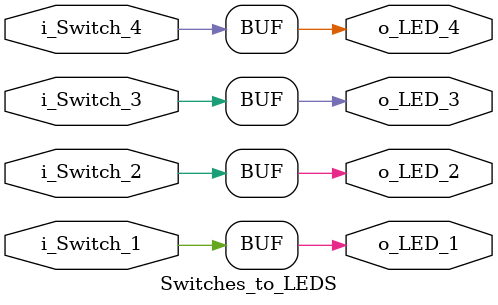
<source format=v>
module Switches_to_LEDS (
    input i_Switch_1,
    input i_Switch_2,
    input i_Switch_3,
    input i_Switch_4,
    output o_LED_1, 
    output o_LED_2, 
    output o_LED_3, 
    output o_LED_4
);
    
assign o_LED_1 = i_Switch_1;
assign o_LED_2 = i_Switch_2;
assign o_LED_3 = i_Switch_3;
assign o_LED_4 = i_Switch_4;

endmodule 
</source>
